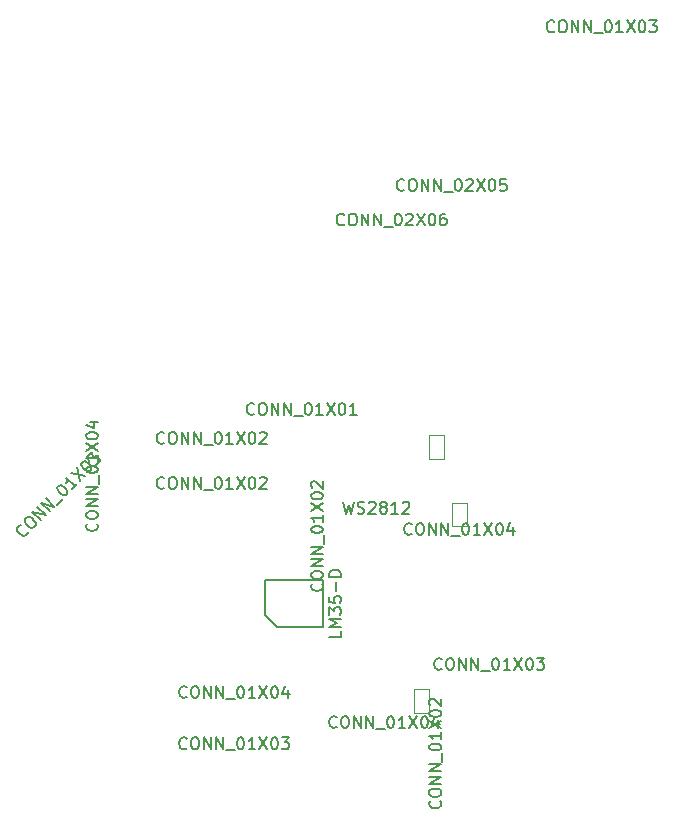
<source format=gbr>
G04 #@! TF.GenerationSoftware,KiCad,Pcbnew,5.0.2+dfsg1-1~bpo9+1*
G04 #@! TF.CreationDate,2019-11-08T21:31:29-05:00*
G04 #@! TF.ProjectId,uno,756e6f2e-6b69-4636-9164-5f7063625858,v1.0*
G04 #@! TF.SameCoordinates,Original*
G04 #@! TF.FileFunction,Other,Fab,Top*
%FSLAX46Y46*%
G04 Gerber Fmt 4.6, Leading zero omitted, Abs format (unit mm)*
G04 Created by KiCad (PCBNEW 5.0.2+dfsg1-1~bpo9+1) date Fri 08 Nov 2019 09:31:29 PM EST*
%MOMM*%
%LPD*%
G01*
G04 APERTURE LIST*
%ADD10C,0.150000*%
%ADD11C,0.100000*%
G04 APERTURE END LIST*
D10*
G04 #@! TO.C,U6*
X57240000Y-85405000D02*
X57240000Y-82505000D01*
X57240000Y-82505000D02*
X62140000Y-82505000D01*
X62140000Y-82505000D02*
X62140000Y-86405000D01*
X62140000Y-86405000D02*
X58240000Y-86405000D01*
X58240000Y-86405000D02*
X57240000Y-85405000D01*
D11*
G04 #@! TO.C,C1*
X71130000Y-72200000D02*
X71130000Y-70200000D01*
X71130000Y-70200000D02*
X72380000Y-70200000D01*
X72380000Y-70200000D02*
X72380000Y-72200000D01*
X72380000Y-72200000D02*
X71130000Y-72200000D01*
G04 #@! TO.C,R1*
X71110000Y-93710000D02*
X69860000Y-93710000D01*
X71110000Y-91710000D02*
X71110000Y-93710000D01*
X69860000Y-91710000D02*
X71110000Y-91710000D01*
X69860000Y-93710000D02*
X69860000Y-91710000D01*
G04 #@! TO.C,R2*
X74285000Y-77915000D02*
X73035000Y-77915000D01*
X74285000Y-75915000D02*
X74285000Y-77915000D01*
X73035000Y-75915000D02*
X74285000Y-75915000D01*
X73035000Y-77915000D02*
X73035000Y-75915000D01*
G04 #@! TD*
G04 #@! TO.C,P99*
D10*
X72176190Y-89967142D02*
X72128571Y-90014761D01*
X71985714Y-90062380D01*
X71890476Y-90062380D01*
X71747619Y-90014761D01*
X71652380Y-89919523D01*
X71604761Y-89824285D01*
X71557142Y-89633809D01*
X71557142Y-89490952D01*
X71604761Y-89300476D01*
X71652380Y-89205238D01*
X71747619Y-89110000D01*
X71890476Y-89062380D01*
X71985714Y-89062380D01*
X72128571Y-89110000D01*
X72176190Y-89157619D01*
X72795238Y-89062380D02*
X72985714Y-89062380D01*
X73080952Y-89110000D01*
X73176190Y-89205238D01*
X73223809Y-89395714D01*
X73223809Y-89729047D01*
X73176190Y-89919523D01*
X73080952Y-90014761D01*
X72985714Y-90062380D01*
X72795238Y-90062380D01*
X72700000Y-90014761D01*
X72604761Y-89919523D01*
X72557142Y-89729047D01*
X72557142Y-89395714D01*
X72604761Y-89205238D01*
X72700000Y-89110000D01*
X72795238Y-89062380D01*
X73652380Y-90062380D02*
X73652380Y-89062380D01*
X74223809Y-90062380D01*
X74223809Y-89062380D01*
X74700000Y-90062380D02*
X74700000Y-89062380D01*
X75271428Y-90062380D01*
X75271428Y-89062380D01*
X75509523Y-90157619D02*
X76271428Y-90157619D01*
X76700000Y-89062380D02*
X76795238Y-89062380D01*
X76890476Y-89110000D01*
X76938095Y-89157619D01*
X76985714Y-89252857D01*
X77033333Y-89443333D01*
X77033333Y-89681428D01*
X76985714Y-89871904D01*
X76938095Y-89967142D01*
X76890476Y-90014761D01*
X76795238Y-90062380D01*
X76700000Y-90062380D01*
X76604761Y-90014761D01*
X76557142Y-89967142D01*
X76509523Y-89871904D01*
X76461904Y-89681428D01*
X76461904Y-89443333D01*
X76509523Y-89252857D01*
X76557142Y-89157619D01*
X76604761Y-89110000D01*
X76700000Y-89062380D01*
X77985714Y-90062380D02*
X77414285Y-90062380D01*
X77700000Y-90062380D02*
X77700000Y-89062380D01*
X77604761Y-89205238D01*
X77509523Y-89300476D01*
X77414285Y-89348095D01*
X78319047Y-89062380D02*
X78985714Y-90062380D01*
X78985714Y-89062380D02*
X78319047Y-90062380D01*
X79557142Y-89062380D02*
X79652380Y-89062380D01*
X79747619Y-89110000D01*
X79795238Y-89157619D01*
X79842857Y-89252857D01*
X79890476Y-89443333D01*
X79890476Y-89681428D01*
X79842857Y-89871904D01*
X79795238Y-89967142D01*
X79747619Y-90014761D01*
X79652380Y-90062380D01*
X79557142Y-90062380D01*
X79461904Y-90014761D01*
X79414285Y-89967142D01*
X79366666Y-89871904D01*
X79319047Y-89681428D01*
X79319047Y-89443333D01*
X79366666Y-89252857D01*
X79414285Y-89157619D01*
X79461904Y-89110000D01*
X79557142Y-89062380D01*
X80223809Y-89062380D02*
X80842857Y-89062380D01*
X80509523Y-89443333D01*
X80652380Y-89443333D01*
X80747619Y-89490952D01*
X80795238Y-89538571D01*
X80842857Y-89633809D01*
X80842857Y-89871904D01*
X80795238Y-89967142D01*
X80747619Y-90014761D01*
X80652380Y-90062380D01*
X80366666Y-90062380D01*
X80271428Y-90014761D01*
X80223809Y-89967142D01*
G04 #@! TO.C,P1*
X63286190Y-94897142D02*
X63238571Y-94944761D01*
X63095714Y-94992380D01*
X63000476Y-94992380D01*
X62857619Y-94944761D01*
X62762380Y-94849523D01*
X62714761Y-94754285D01*
X62667142Y-94563809D01*
X62667142Y-94420952D01*
X62714761Y-94230476D01*
X62762380Y-94135238D01*
X62857619Y-94040000D01*
X63000476Y-93992380D01*
X63095714Y-93992380D01*
X63238571Y-94040000D01*
X63286190Y-94087619D01*
X63905238Y-93992380D02*
X64095714Y-93992380D01*
X64190952Y-94040000D01*
X64286190Y-94135238D01*
X64333809Y-94325714D01*
X64333809Y-94659047D01*
X64286190Y-94849523D01*
X64190952Y-94944761D01*
X64095714Y-94992380D01*
X63905238Y-94992380D01*
X63810000Y-94944761D01*
X63714761Y-94849523D01*
X63667142Y-94659047D01*
X63667142Y-94325714D01*
X63714761Y-94135238D01*
X63810000Y-94040000D01*
X63905238Y-93992380D01*
X64762380Y-94992380D02*
X64762380Y-93992380D01*
X65333809Y-94992380D01*
X65333809Y-93992380D01*
X65810000Y-94992380D02*
X65810000Y-93992380D01*
X66381428Y-94992380D01*
X66381428Y-93992380D01*
X66619523Y-95087619D02*
X67381428Y-95087619D01*
X67810000Y-93992380D02*
X67905238Y-93992380D01*
X68000476Y-94040000D01*
X68048095Y-94087619D01*
X68095714Y-94182857D01*
X68143333Y-94373333D01*
X68143333Y-94611428D01*
X68095714Y-94801904D01*
X68048095Y-94897142D01*
X68000476Y-94944761D01*
X67905238Y-94992380D01*
X67810000Y-94992380D01*
X67714761Y-94944761D01*
X67667142Y-94897142D01*
X67619523Y-94801904D01*
X67571904Y-94611428D01*
X67571904Y-94373333D01*
X67619523Y-94182857D01*
X67667142Y-94087619D01*
X67714761Y-94040000D01*
X67810000Y-93992380D01*
X69095714Y-94992380D02*
X68524285Y-94992380D01*
X68810000Y-94992380D02*
X68810000Y-93992380D01*
X68714761Y-94135238D01*
X68619523Y-94230476D01*
X68524285Y-94278095D01*
X69429047Y-93992380D02*
X70095714Y-94992380D01*
X70095714Y-93992380D02*
X69429047Y-94992380D01*
X70667142Y-93992380D02*
X70762380Y-93992380D01*
X70857619Y-94040000D01*
X70905238Y-94087619D01*
X70952857Y-94182857D01*
X71000476Y-94373333D01*
X71000476Y-94611428D01*
X70952857Y-94801904D01*
X70905238Y-94897142D01*
X70857619Y-94944761D01*
X70762380Y-94992380D01*
X70667142Y-94992380D01*
X70571904Y-94944761D01*
X70524285Y-94897142D01*
X70476666Y-94801904D01*
X70429047Y-94611428D01*
X70429047Y-94373333D01*
X70476666Y-94182857D01*
X70524285Y-94087619D01*
X70571904Y-94040000D01*
X70667142Y-93992380D01*
X71857619Y-94325714D02*
X71857619Y-94992380D01*
X71619523Y-93944761D02*
X71381428Y-94659047D01*
X72000476Y-94659047D01*
G04 #@! TO.C,LED1*
X63865476Y-75842380D02*
X64103571Y-76842380D01*
X64294047Y-76128095D01*
X64484523Y-76842380D01*
X64722619Y-75842380D01*
X65055952Y-76794761D02*
X65198809Y-76842380D01*
X65436904Y-76842380D01*
X65532142Y-76794761D01*
X65579761Y-76747142D01*
X65627380Y-76651904D01*
X65627380Y-76556666D01*
X65579761Y-76461428D01*
X65532142Y-76413809D01*
X65436904Y-76366190D01*
X65246428Y-76318571D01*
X65151190Y-76270952D01*
X65103571Y-76223333D01*
X65055952Y-76128095D01*
X65055952Y-76032857D01*
X65103571Y-75937619D01*
X65151190Y-75890000D01*
X65246428Y-75842380D01*
X65484523Y-75842380D01*
X65627380Y-75890000D01*
X66008333Y-75937619D02*
X66055952Y-75890000D01*
X66151190Y-75842380D01*
X66389285Y-75842380D01*
X66484523Y-75890000D01*
X66532142Y-75937619D01*
X66579761Y-76032857D01*
X66579761Y-76128095D01*
X66532142Y-76270952D01*
X65960714Y-76842380D01*
X66579761Y-76842380D01*
X67151190Y-76270952D02*
X67055952Y-76223333D01*
X67008333Y-76175714D01*
X66960714Y-76080476D01*
X66960714Y-76032857D01*
X67008333Y-75937619D01*
X67055952Y-75890000D01*
X67151190Y-75842380D01*
X67341666Y-75842380D01*
X67436904Y-75890000D01*
X67484523Y-75937619D01*
X67532142Y-76032857D01*
X67532142Y-76080476D01*
X67484523Y-76175714D01*
X67436904Y-76223333D01*
X67341666Y-76270952D01*
X67151190Y-76270952D01*
X67055952Y-76318571D01*
X67008333Y-76366190D01*
X66960714Y-76461428D01*
X66960714Y-76651904D01*
X67008333Y-76747142D01*
X67055952Y-76794761D01*
X67151190Y-76842380D01*
X67341666Y-76842380D01*
X67436904Y-76794761D01*
X67484523Y-76747142D01*
X67532142Y-76651904D01*
X67532142Y-76461428D01*
X67484523Y-76366190D01*
X67436904Y-76318571D01*
X67341666Y-76270952D01*
X68484523Y-76842380D02*
X67913095Y-76842380D01*
X68198809Y-76842380D02*
X68198809Y-75842380D01*
X68103571Y-75985238D01*
X68008333Y-76080476D01*
X67913095Y-76128095D01*
X68865476Y-75937619D02*
X68913095Y-75890000D01*
X69008333Y-75842380D01*
X69246428Y-75842380D01*
X69341666Y-75890000D01*
X69389285Y-75937619D01*
X69436904Y-76032857D01*
X69436904Y-76128095D01*
X69389285Y-76270952D01*
X68817857Y-76842380D01*
X69436904Y-76842380D01*
G04 #@! TO.C,P2*
X69001190Y-49431142D02*
X68953571Y-49478761D01*
X68810714Y-49526380D01*
X68715476Y-49526380D01*
X68572619Y-49478761D01*
X68477380Y-49383523D01*
X68429761Y-49288285D01*
X68382142Y-49097809D01*
X68382142Y-48954952D01*
X68429761Y-48764476D01*
X68477380Y-48669238D01*
X68572619Y-48574000D01*
X68715476Y-48526380D01*
X68810714Y-48526380D01*
X68953571Y-48574000D01*
X69001190Y-48621619D01*
X69620238Y-48526380D02*
X69810714Y-48526380D01*
X69905952Y-48574000D01*
X70001190Y-48669238D01*
X70048809Y-48859714D01*
X70048809Y-49193047D01*
X70001190Y-49383523D01*
X69905952Y-49478761D01*
X69810714Y-49526380D01*
X69620238Y-49526380D01*
X69525000Y-49478761D01*
X69429761Y-49383523D01*
X69382142Y-49193047D01*
X69382142Y-48859714D01*
X69429761Y-48669238D01*
X69525000Y-48574000D01*
X69620238Y-48526380D01*
X70477380Y-49526380D02*
X70477380Y-48526380D01*
X71048809Y-49526380D01*
X71048809Y-48526380D01*
X71525000Y-49526380D02*
X71525000Y-48526380D01*
X72096428Y-49526380D01*
X72096428Y-48526380D01*
X72334523Y-49621619D02*
X73096428Y-49621619D01*
X73525000Y-48526380D02*
X73620238Y-48526380D01*
X73715476Y-48574000D01*
X73763095Y-48621619D01*
X73810714Y-48716857D01*
X73858333Y-48907333D01*
X73858333Y-49145428D01*
X73810714Y-49335904D01*
X73763095Y-49431142D01*
X73715476Y-49478761D01*
X73620238Y-49526380D01*
X73525000Y-49526380D01*
X73429761Y-49478761D01*
X73382142Y-49431142D01*
X73334523Y-49335904D01*
X73286904Y-49145428D01*
X73286904Y-48907333D01*
X73334523Y-48716857D01*
X73382142Y-48621619D01*
X73429761Y-48574000D01*
X73525000Y-48526380D01*
X74239285Y-48621619D02*
X74286904Y-48574000D01*
X74382142Y-48526380D01*
X74620238Y-48526380D01*
X74715476Y-48574000D01*
X74763095Y-48621619D01*
X74810714Y-48716857D01*
X74810714Y-48812095D01*
X74763095Y-48954952D01*
X74191666Y-49526380D01*
X74810714Y-49526380D01*
X75144047Y-48526380D02*
X75810714Y-49526380D01*
X75810714Y-48526380D02*
X75144047Y-49526380D01*
X76382142Y-48526380D02*
X76477380Y-48526380D01*
X76572619Y-48574000D01*
X76620238Y-48621619D01*
X76667857Y-48716857D01*
X76715476Y-48907333D01*
X76715476Y-49145428D01*
X76667857Y-49335904D01*
X76620238Y-49431142D01*
X76572619Y-49478761D01*
X76477380Y-49526380D01*
X76382142Y-49526380D01*
X76286904Y-49478761D01*
X76239285Y-49431142D01*
X76191666Y-49335904D01*
X76144047Y-49145428D01*
X76144047Y-48907333D01*
X76191666Y-48716857D01*
X76239285Y-48621619D01*
X76286904Y-48574000D01*
X76382142Y-48526380D01*
X77620238Y-48526380D02*
X77144047Y-48526380D01*
X77096428Y-49002571D01*
X77144047Y-48954952D01*
X77239285Y-48907333D01*
X77477380Y-48907333D01*
X77572619Y-48954952D01*
X77620238Y-49002571D01*
X77667857Y-49097809D01*
X77667857Y-49335904D01*
X77620238Y-49431142D01*
X77572619Y-49478761D01*
X77477380Y-49526380D01*
X77239285Y-49526380D01*
X77144047Y-49478761D01*
X77096428Y-49431142D01*
G04 #@! TO.C,P3*
X48681190Y-74652142D02*
X48633571Y-74699761D01*
X48490714Y-74747380D01*
X48395476Y-74747380D01*
X48252619Y-74699761D01*
X48157380Y-74604523D01*
X48109761Y-74509285D01*
X48062142Y-74318809D01*
X48062142Y-74175952D01*
X48109761Y-73985476D01*
X48157380Y-73890238D01*
X48252619Y-73795000D01*
X48395476Y-73747380D01*
X48490714Y-73747380D01*
X48633571Y-73795000D01*
X48681190Y-73842619D01*
X49300238Y-73747380D02*
X49490714Y-73747380D01*
X49585952Y-73795000D01*
X49681190Y-73890238D01*
X49728809Y-74080714D01*
X49728809Y-74414047D01*
X49681190Y-74604523D01*
X49585952Y-74699761D01*
X49490714Y-74747380D01*
X49300238Y-74747380D01*
X49205000Y-74699761D01*
X49109761Y-74604523D01*
X49062142Y-74414047D01*
X49062142Y-74080714D01*
X49109761Y-73890238D01*
X49205000Y-73795000D01*
X49300238Y-73747380D01*
X50157380Y-74747380D02*
X50157380Y-73747380D01*
X50728809Y-74747380D01*
X50728809Y-73747380D01*
X51205000Y-74747380D02*
X51205000Y-73747380D01*
X51776428Y-74747380D01*
X51776428Y-73747380D01*
X52014523Y-74842619D02*
X52776428Y-74842619D01*
X53205000Y-73747380D02*
X53300238Y-73747380D01*
X53395476Y-73795000D01*
X53443095Y-73842619D01*
X53490714Y-73937857D01*
X53538333Y-74128333D01*
X53538333Y-74366428D01*
X53490714Y-74556904D01*
X53443095Y-74652142D01*
X53395476Y-74699761D01*
X53300238Y-74747380D01*
X53205000Y-74747380D01*
X53109761Y-74699761D01*
X53062142Y-74652142D01*
X53014523Y-74556904D01*
X52966904Y-74366428D01*
X52966904Y-74128333D01*
X53014523Y-73937857D01*
X53062142Y-73842619D01*
X53109761Y-73795000D01*
X53205000Y-73747380D01*
X54490714Y-74747380D02*
X53919285Y-74747380D01*
X54205000Y-74747380D02*
X54205000Y-73747380D01*
X54109761Y-73890238D01*
X54014523Y-73985476D01*
X53919285Y-74033095D01*
X54824047Y-73747380D02*
X55490714Y-74747380D01*
X55490714Y-73747380D02*
X54824047Y-74747380D01*
X56062142Y-73747380D02*
X56157380Y-73747380D01*
X56252619Y-73795000D01*
X56300238Y-73842619D01*
X56347857Y-73937857D01*
X56395476Y-74128333D01*
X56395476Y-74366428D01*
X56347857Y-74556904D01*
X56300238Y-74652142D01*
X56252619Y-74699761D01*
X56157380Y-74747380D01*
X56062142Y-74747380D01*
X55966904Y-74699761D01*
X55919285Y-74652142D01*
X55871666Y-74556904D01*
X55824047Y-74366428D01*
X55824047Y-74128333D01*
X55871666Y-73937857D01*
X55919285Y-73842619D01*
X55966904Y-73795000D01*
X56062142Y-73747380D01*
X56776428Y-73842619D02*
X56824047Y-73795000D01*
X56919285Y-73747380D01*
X57157380Y-73747380D01*
X57252619Y-73795000D01*
X57300238Y-73842619D01*
X57347857Y-73937857D01*
X57347857Y-74033095D01*
X57300238Y-74175952D01*
X56728809Y-74747380D01*
X57347857Y-74747380D01*
G04 #@! TO.C,P4*
X48681190Y-70842142D02*
X48633571Y-70889761D01*
X48490714Y-70937380D01*
X48395476Y-70937380D01*
X48252619Y-70889761D01*
X48157380Y-70794523D01*
X48109761Y-70699285D01*
X48062142Y-70508809D01*
X48062142Y-70365952D01*
X48109761Y-70175476D01*
X48157380Y-70080238D01*
X48252619Y-69985000D01*
X48395476Y-69937380D01*
X48490714Y-69937380D01*
X48633571Y-69985000D01*
X48681190Y-70032619D01*
X49300238Y-69937380D02*
X49490714Y-69937380D01*
X49585952Y-69985000D01*
X49681190Y-70080238D01*
X49728809Y-70270714D01*
X49728809Y-70604047D01*
X49681190Y-70794523D01*
X49585952Y-70889761D01*
X49490714Y-70937380D01*
X49300238Y-70937380D01*
X49205000Y-70889761D01*
X49109761Y-70794523D01*
X49062142Y-70604047D01*
X49062142Y-70270714D01*
X49109761Y-70080238D01*
X49205000Y-69985000D01*
X49300238Y-69937380D01*
X50157380Y-70937380D02*
X50157380Y-69937380D01*
X50728809Y-70937380D01*
X50728809Y-69937380D01*
X51205000Y-70937380D02*
X51205000Y-69937380D01*
X51776428Y-70937380D01*
X51776428Y-69937380D01*
X52014523Y-71032619D02*
X52776428Y-71032619D01*
X53205000Y-69937380D02*
X53300238Y-69937380D01*
X53395476Y-69985000D01*
X53443095Y-70032619D01*
X53490714Y-70127857D01*
X53538333Y-70318333D01*
X53538333Y-70556428D01*
X53490714Y-70746904D01*
X53443095Y-70842142D01*
X53395476Y-70889761D01*
X53300238Y-70937380D01*
X53205000Y-70937380D01*
X53109761Y-70889761D01*
X53062142Y-70842142D01*
X53014523Y-70746904D01*
X52966904Y-70556428D01*
X52966904Y-70318333D01*
X53014523Y-70127857D01*
X53062142Y-70032619D01*
X53109761Y-69985000D01*
X53205000Y-69937380D01*
X54490714Y-70937380D02*
X53919285Y-70937380D01*
X54205000Y-70937380D02*
X54205000Y-69937380D01*
X54109761Y-70080238D01*
X54014523Y-70175476D01*
X53919285Y-70223095D01*
X54824047Y-69937380D02*
X55490714Y-70937380D01*
X55490714Y-69937380D02*
X54824047Y-70937380D01*
X56062142Y-69937380D02*
X56157380Y-69937380D01*
X56252619Y-69985000D01*
X56300238Y-70032619D01*
X56347857Y-70127857D01*
X56395476Y-70318333D01*
X56395476Y-70556428D01*
X56347857Y-70746904D01*
X56300238Y-70842142D01*
X56252619Y-70889761D01*
X56157380Y-70937380D01*
X56062142Y-70937380D01*
X55966904Y-70889761D01*
X55919285Y-70842142D01*
X55871666Y-70746904D01*
X55824047Y-70556428D01*
X55824047Y-70318333D01*
X55871666Y-70127857D01*
X55919285Y-70032619D01*
X55966904Y-69985000D01*
X56062142Y-69937380D01*
X56776428Y-70032619D02*
X56824047Y-69985000D01*
X56919285Y-69937380D01*
X57157380Y-69937380D01*
X57252619Y-69985000D01*
X57300238Y-70032619D01*
X57347857Y-70127857D01*
X57347857Y-70223095D01*
X57300238Y-70365952D01*
X56728809Y-70937380D01*
X57347857Y-70937380D01*
G04 #@! TO.C,P5*
X50586190Y-92357142D02*
X50538571Y-92404761D01*
X50395714Y-92452380D01*
X50300476Y-92452380D01*
X50157619Y-92404761D01*
X50062380Y-92309523D01*
X50014761Y-92214285D01*
X49967142Y-92023809D01*
X49967142Y-91880952D01*
X50014761Y-91690476D01*
X50062380Y-91595238D01*
X50157619Y-91500000D01*
X50300476Y-91452380D01*
X50395714Y-91452380D01*
X50538571Y-91500000D01*
X50586190Y-91547619D01*
X51205238Y-91452380D02*
X51395714Y-91452380D01*
X51490952Y-91500000D01*
X51586190Y-91595238D01*
X51633809Y-91785714D01*
X51633809Y-92119047D01*
X51586190Y-92309523D01*
X51490952Y-92404761D01*
X51395714Y-92452380D01*
X51205238Y-92452380D01*
X51110000Y-92404761D01*
X51014761Y-92309523D01*
X50967142Y-92119047D01*
X50967142Y-91785714D01*
X51014761Y-91595238D01*
X51110000Y-91500000D01*
X51205238Y-91452380D01*
X52062380Y-92452380D02*
X52062380Y-91452380D01*
X52633809Y-92452380D01*
X52633809Y-91452380D01*
X53110000Y-92452380D02*
X53110000Y-91452380D01*
X53681428Y-92452380D01*
X53681428Y-91452380D01*
X53919523Y-92547619D02*
X54681428Y-92547619D01*
X55110000Y-91452380D02*
X55205238Y-91452380D01*
X55300476Y-91500000D01*
X55348095Y-91547619D01*
X55395714Y-91642857D01*
X55443333Y-91833333D01*
X55443333Y-92071428D01*
X55395714Y-92261904D01*
X55348095Y-92357142D01*
X55300476Y-92404761D01*
X55205238Y-92452380D01*
X55110000Y-92452380D01*
X55014761Y-92404761D01*
X54967142Y-92357142D01*
X54919523Y-92261904D01*
X54871904Y-92071428D01*
X54871904Y-91833333D01*
X54919523Y-91642857D01*
X54967142Y-91547619D01*
X55014761Y-91500000D01*
X55110000Y-91452380D01*
X56395714Y-92452380D02*
X55824285Y-92452380D01*
X56110000Y-92452380D02*
X56110000Y-91452380D01*
X56014761Y-91595238D01*
X55919523Y-91690476D01*
X55824285Y-91738095D01*
X56729047Y-91452380D02*
X57395714Y-92452380D01*
X57395714Y-91452380D02*
X56729047Y-92452380D01*
X57967142Y-91452380D02*
X58062380Y-91452380D01*
X58157619Y-91500000D01*
X58205238Y-91547619D01*
X58252857Y-91642857D01*
X58300476Y-91833333D01*
X58300476Y-92071428D01*
X58252857Y-92261904D01*
X58205238Y-92357142D01*
X58157619Y-92404761D01*
X58062380Y-92452380D01*
X57967142Y-92452380D01*
X57871904Y-92404761D01*
X57824285Y-92357142D01*
X57776666Y-92261904D01*
X57729047Y-92071428D01*
X57729047Y-91833333D01*
X57776666Y-91642857D01*
X57824285Y-91547619D01*
X57871904Y-91500000D01*
X57967142Y-91452380D01*
X59157619Y-91785714D02*
X59157619Y-92452380D01*
X58919523Y-91404761D02*
X58681428Y-92119047D01*
X59300476Y-92119047D01*
G04 #@! TO.C,P6*
X56301190Y-68377142D02*
X56253571Y-68424761D01*
X56110714Y-68472380D01*
X56015476Y-68472380D01*
X55872619Y-68424761D01*
X55777380Y-68329523D01*
X55729761Y-68234285D01*
X55682142Y-68043809D01*
X55682142Y-67900952D01*
X55729761Y-67710476D01*
X55777380Y-67615238D01*
X55872619Y-67520000D01*
X56015476Y-67472380D01*
X56110714Y-67472380D01*
X56253571Y-67520000D01*
X56301190Y-67567619D01*
X56920238Y-67472380D02*
X57110714Y-67472380D01*
X57205952Y-67520000D01*
X57301190Y-67615238D01*
X57348809Y-67805714D01*
X57348809Y-68139047D01*
X57301190Y-68329523D01*
X57205952Y-68424761D01*
X57110714Y-68472380D01*
X56920238Y-68472380D01*
X56825000Y-68424761D01*
X56729761Y-68329523D01*
X56682142Y-68139047D01*
X56682142Y-67805714D01*
X56729761Y-67615238D01*
X56825000Y-67520000D01*
X56920238Y-67472380D01*
X57777380Y-68472380D02*
X57777380Y-67472380D01*
X58348809Y-68472380D01*
X58348809Y-67472380D01*
X58825000Y-68472380D02*
X58825000Y-67472380D01*
X59396428Y-68472380D01*
X59396428Y-67472380D01*
X59634523Y-68567619D02*
X60396428Y-68567619D01*
X60825000Y-67472380D02*
X60920238Y-67472380D01*
X61015476Y-67520000D01*
X61063095Y-67567619D01*
X61110714Y-67662857D01*
X61158333Y-67853333D01*
X61158333Y-68091428D01*
X61110714Y-68281904D01*
X61063095Y-68377142D01*
X61015476Y-68424761D01*
X60920238Y-68472380D01*
X60825000Y-68472380D01*
X60729761Y-68424761D01*
X60682142Y-68377142D01*
X60634523Y-68281904D01*
X60586904Y-68091428D01*
X60586904Y-67853333D01*
X60634523Y-67662857D01*
X60682142Y-67567619D01*
X60729761Y-67520000D01*
X60825000Y-67472380D01*
X62110714Y-68472380D02*
X61539285Y-68472380D01*
X61825000Y-68472380D02*
X61825000Y-67472380D01*
X61729761Y-67615238D01*
X61634523Y-67710476D01*
X61539285Y-67758095D01*
X62444047Y-67472380D02*
X63110714Y-68472380D01*
X63110714Y-67472380D02*
X62444047Y-68472380D01*
X63682142Y-67472380D02*
X63777380Y-67472380D01*
X63872619Y-67520000D01*
X63920238Y-67567619D01*
X63967857Y-67662857D01*
X64015476Y-67853333D01*
X64015476Y-68091428D01*
X63967857Y-68281904D01*
X63920238Y-68377142D01*
X63872619Y-68424761D01*
X63777380Y-68472380D01*
X63682142Y-68472380D01*
X63586904Y-68424761D01*
X63539285Y-68377142D01*
X63491666Y-68281904D01*
X63444047Y-68091428D01*
X63444047Y-67853333D01*
X63491666Y-67662857D01*
X63539285Y-67567619D01*
X63586904Y-67520000D01*
X63682142Y-67472380D01*
X64967857Y-68472380D02*
X64396428Y-68472380D01*
X64682142Y-68472380D02*
X64682142Y-67472380D01*
X64586904Y-67615238D01*
X64491666Y-67710476D01*
X64396428Y-67758095D01*
G04 #@! TO.C,P7*
X63921190Y-52352142D02*
X63873571Y-52399761D01*
X63730714Y-52447380D01*
X63635476Y-52447380D01*
X63492619Y-52399761D01*
X63397380Y-52304523D01*
X63349761Y-52209285D01*
X63302142Y-52018809D01*
X63302142Y-51875952D01*
X63349761Y-51685476D01*
X63397380Y-51590238D01*
X63492619Y-51495000D01*
X63635476Y-51447380D01*
X63730714Y-51447380D01*
X63873571Y-51495000D01*
X63921190Y-51542619D01*
X64540238Y-51447380D02*
X64730714Y-51447380D01*
X64825952Y-51495000D01*
X64921190Y-51590238D01*
X64968809Y-51780714D01*
X64968809Y-52114047D01*
X64921190Y-52304523D01*
X64825952Y-52399761D01*
X64730714Y-52447380D01*
X64540238Y-52447380D01*
X64445000Y-52399761D01*
X64349761Y-52304523D01*
X64302142Y-52114047D01*
X64302142Y-51780714D01*
X64349761Y-51590238D01*
X64445000Y-51495000D01*
X64540238Y-51447380D01*
X65397380Y-52447380D02*
X65397380Y-51447380D01*
X65968809Y-52447380D01*
X65968809Y-51447380D01*
X66445000Y-52447380D02*
X66445000Y-51447380D01*
X67016428Y-52447380D01*
X67016428Y-51447380D01*
X67254523Y-52542619D02*
X68016428Y-52542619D01*
X68445000Y-51447380D02*
X68540238Y-51447380D01*
X68635476Y-51495000D01*
X68683095Y-51542619D01*
X68730714Y-51637857D01*
X68778333Y-51828333D01*
X68778333Y-52066428D01*
X68730714Y-52256904D01*
X68683095Y-52352142D01*
X68635476Y-52399761D01*
X68540238Y-52447380D01*
X68445000Y-52447380D01*
X68349761Y-52399761D01*
X68302142Y-52352142D01*
X68254523Y-52256904D01*
X68206904Y-52066428D01*
X68206904Y-51828333D01*
X68254523Y-51637857D01*
X68302142Y-51542619D01*
X68349761Y-51495000D01*
X68445000Y-51447380D01*
X69159285Y-51542619D02*
X69206904Y-51495000D01*
X69302142Y-51447380D01*
X69540238Y-51447380D01*
X69635476Y-51495000D01*
X69683095Y-51542619D01*
X69730714Y-51637857D01*
X69730714Y-51733095D01*
X69683095Y-51875952D01*
X69111666Y-52447380D01*
X69730714Y-52447380D01*
X70064047Y-51447380D02*
X70730714Y-52447380D01*
X70730714Y-51447380D02*
X70064047Y-52447380D01*
X71302142Y-51447380D02*
X71397380Y-51447380D01*
X71492619Y-51495000D01*
X71540238Y-51542619D01*
X71587857Y-51637857D01*
X71635476Y-51828333D01*
X71635476Y-52066428D01*
X71587857Y-52256904D01*
X71540238Y-52352142D01*
X71492619Y-52399761D01*
X71397380Y-52447380D01*
X71302142Y-52447380D01*
X71206904Y-52399761D01*
X71159285Y-52352142D01*
X71111666Y-52256904D01*
X71064047Y-52066428D01*
X71064047Y-51828333D01*
X71111666Y-51637857D01*
X71159285Y-51542619D01*
X71206904Y-51495000D01*
X71302142Y-51447380D01*
X72492619Y-51447380D02*
X72302142Y-51447380D01*
X72206904Y-51495000D01*
X72159285Y-51542619D01*
X72064047Y-51685476D01*
X72016428Y-51875952D01*
X72016428Y-52256904D01*
X72064047Y-52352142D01*
X72111666Y-52399761D01*
X72206904Y-52447380D01*
X72397380Y-52447380D01*
X72492619Y-52399761D01*
X72540238Y-52352142D01*
X72587857Y-52256904D01*
X72587857Y-52018809D01*
X72540238Y-51923571D01*
X72492619Y-51875952D01*
X72397380Y-51828333D01*
X72206904Y-51828333D01*
X72111666Y-51875952D01*
X72064047Y-51923571D01*
X72016428Y-52018809D01*
G04 #@! TO.C,P8*
X37125244Y-78375770D02*
X37125244Y-78443113D01*
X37057900Y-78577800D01*
X36990557Y-78645144D01*
X36855870Y-78712487D01*
X36721183Y-78712487D01*
X36620167Y-78678815D01*
X36451809Y-78577800D01*
X36350793Y-78476785D01*
X36249778Y-78308426D01*
X36216106Y-78207411D01*
X36216106Y-78072724D01*
X36283450Y-77938037D01*
X36350793Y-77870693D01*
X36485480Y-77803350D01*
X36552824Y-77803350D01*
X36923213Y-77298274D02*
X37057900Y-77163587D01*
X37158915Y-77129915D01*
X37293602Y-77129915D01*
X37461961Y-77230930D01*
X37697663Y-77466632D01*
X37798679Y-77634991D01*
X37798679Y-77769678D01*
X37765007Y-77870693D01*
X37630320Y-78005380D01*
X37529305Y-78039052D01*
X37394618Y-78039052D01*
X37226259Y-77938037D01*
X36990557Y-77702335D01*
X36889541Y-77533976D01*
X36889541Y-77399289D01*
X36923213Y-77298274D01*
X38236411Y-77399289D02*
X37529305Y-76692182D01*
X38640472Y-76995228D01*
X37933366Y-76288121D01*
X38977190Y-76658510D02*
X38270083Y-75951404D01*
X39381251Y-76254449D01*
X38674144Y-75547343D01*
X39616953Y-76153434D02*
X40155701Y-75614686D01*
X39684297Y-74537190D02*
X39751640Y-74469846D01*
X39852656Y-74436175D01*
X39919999Y-74436175D01*
X40021014Y-74469846D01*
X40189373Y-74570862D01*
X40357732Y-74739220D01*
X40458747Y-74907579D01*
X40492419Y-75008594D01*
X40492419Y-75075938D01*
X40458747Y-75176953D01*
X40391404Y-75244297D01*
X40290388Y-75277969D01*
X40223045Y-75277969D01*
X40122030Y-75244297D01*
X39953671Y-75143281D01*
X39785312Y-74974923D01*
X39684297Y-74806564D01*
X39650625Y-74705549D01*
X39650625Y-74638205D01*
X39684297Y-74537190D01*
X41300541Y-74335159D02*
X40896480Y-74739220D01*
X41098510Y-74537190D02*
X40391404Y-73830083D01*
X40425075Y-73998442D01*
X40425075Y-74133129D01*
X40391404Y-74234144D01*
X40829136Y-73392350D02*
X42007648Y-73628053D01*
X41300541Y-72920946D02*
X41536243Y-74099457D01*
X41704602Y-72516885D02*
X41771945Y-72449541D01*
X41872961Y-72415870D01*
X41940304Y-72415870D01*
X42041319Y-72449541D01*
X42209678Y-72550557D01*
X42378037Y-72718915D01*
X42479052Y-72887274D01*
X42512724Y-72988289D01*
X42512724Y-73055633D01*
X42479052Y-73156648D01*
X42411709Y-73223992D01*
X42310693Y-73257663D01*
X42243350Y-73257663D01*
X42142335Y-73223992D01*
X41973976Y-73122976D01*
X41805617Y-72954618D01*
X41704602Y-72786259D01*
X41670930Y-72685244D01*
X41670930Y-72617900D01*
X41704602Y-72516885D01*
X42176006Y-72045480D02*
X42613739Y-71607748D01*
X42647411Y-72112824D01*
X42748426Y-72011809D01*
X42849441Y-71978137D01*
X42916785Y-71978137D01*
X43017800Y-72011809D01*
X43186159Y-72180167D01*
X43219831Y-72281183D01*
X43219831Y-72348526D01*
X43186159Y-72449541D01*
X42984128Y-72651572D01*
X42883113Y-72685244D01*
X42815770Y-72685244D01*
G04 #@! TO.C,P98*
X81701190Y-35992142D02*
X81653571Y-36039761D01*
X81510714Y-36087380D01*
X81415476Y-36087380D01*
X81272619Y-36039761D01*
X81177380Y-35944523D01*
X81129761Y-35849285D01*
X81082142Y-35658809D01*
X81082142Y-35515952D01*
X81129761Y-35325476D01*
X81177380Y-35230238D01*
X81272619Y-35135000D01*
X81415476Y-35087380D01*
X81510714Y-35087380D01*
X81653571Y-35135000D01*
X81701190Y-35182619D01*
X82320238Y-35087380D02*
X82510714Y-35087380D01*
X82605952Y-35135000D01*
X82701190Y-35230238D01*
X82748809Y-35420714D01*
X82748809Y-35754047D01*
X82701190Y-35944523D01*
X82605952Y-36039761D01*
X82510714Y-36087380D01*
X82320238Y-36087380D01*
X82225000Y-36039761D01*
X82129761Y-35944523D01*
X82082142Y-35754047D01*
X82082142Y-35420714D01*
X82129761Y-35230238D01*
X82225000Y-35135000D01*
X82320238Y-35087380D01*
X83177380Y-36087380D02*
X83177380Y-35087380D01*
X83748809Y-36087380D01*
X83748809Y-35087380D01*
X84225000Y-36087380D02*
X84225000Y-35087380D01*
X84796428Y-36087380D01*
X84796428Y-35087380D01*
X85034523Y-36182619D02*
X85796428Y-36182619D01*
X86225000Y-35087380D02*
X86320238Y-35087380D01*
X86415476Y-35135000D01*
X86463095Y-35182619D01*
X86510714Y-35277857D01*
X86558333Y-35468333D01*
X86558333Y-35706428D01*
X86510714Y-35896904D01*
X86463095Y-35992142D01*
X86415476Y-36039761D01*
X86320238Y-36087380D01*
X86225000Y-36087380D01*
X86129761Y-36039761D01*
X86082142Y-35992142D01*
X86034523Y-35896904D01*
X85986904Y-35706428D01*
X85986904Y-35468333D01*
X86034523Y-35277857D01*
X86082142Y-35182619D01*
X86129761Y-35135000D01*
X86225000Y-35087380D01*
X87510714Y-36087380D02*
X86939285Y-36087380D01*
X87225000Y-36087380D02*
X87225000Y-35087380D01*
X87129761Y-35230238D01*
X87034523Y-35325476D01*
X86939285Y-35373095D01*
X87844047Y-35087380D02*
X88510714Y-36087380D01*
X88510714Y-35087380D02*
X87844047Y-36087380D01*
X89082142Y-35087380D02*
X89177380Y-35087380D01*
X89272619Y-35135000D01*
X89320238Y-35182619D01*
X89367857Y-35277857D01*
X89415476Y-35468333D01*
X89415476Y-35706428D01*
X89367857Y-35896904D01*
X89320238Y-35992142D01*
X89272619Y-36039761D01*
X89177380Y-36087380D01*
X89082142Y-36087380D01*
X88986904Y-36039761D01*
X88939285Y-35992142D01*
X88891666Y-35896904D01*
X88844047Y-35706428D01*
X88844047Y-35468333D01*
X88891666Y-35277857D01*
X88939285Y-35182619D01*
X88986904Y-35135000D01*
X89082142Y-35087380D01*
X89748809Y-35087380D02*
X90367857Y-35087380D01*
X90034523Y-35468333D01*
X90177380Y-35468333D01*
X90272619Y-35515952D01*
X90320238Y-35563571D01*
X90367857Y-35658809D01*
X90367857Y-35896904D01*
X90320238Y-35992142D01*
X90272619Y-36039761D01*
X90177380Y-36087380D01*
X89891666Y-36087380D01*
X89796428Y-36039761D01*
X89748809Y-35992142D01*
G04 #@! TO.C,P10*
X50586190Y-96702142D02*
X50538571Y-96749761D01*
X50395714Y-96797380D01*
X50300476Y-96797380D01*
X50157619Y-96749761D01*
X50062380Y-96654523D01*
X50014761Y-96559285D01*
X49967142Y-96368809D01*
X49967142Y-96225952D01*
X50014761Y-96035476D01*
X50062380Y-95940238D01*
X50157619Y-95845000D01*
X50300476Y-95797380D01*
X50395714Y-95797380D01*
X50538571Y-95845000D01*
X50586190Y-95892619D01*
X51205238Y-95797380D02*
X51395714Y-95797380D01*
X51490952Y-95845000D01*
X51586190Y-95940238D01*
X51633809Y-96130714D01*
X51633809Y-96464047D01*
X51586190Y-96654523D01*
X51490952Y-96749761D01*
X51395714Y-96797380D01*
X51205238Y-96797380D01*
X51110000Y-96749761D01*
X51014761Y-96654523D01*
X50967142Y-96464047D01*
X50967142Y-96130714D01*
X51014761Y-95940238D01*
X51110000Y-95845000D01*
X51205238Y-95797380D01*
X52062380Y-96797380D02*
X52062380Y-95797380D01*
X52633809Y-96797380D01*
X52633809Y-95797380D01*
X53110000Y-96797380D02*
X53110000Y-95797380D01*
X53681428Y-96797380D01*
X53681428Y-95797380D01*
X53919523Y-96892619D02*
X54681428Y-96892619D01*
X55110000Y-95797380D02*
X55205238Y-95797380D01*
X55300476Y-95845000D01*
X55348095Y-95892619D01*
X55395714Y-95987857D01*
X55443333Y-96178333D01*
X55443333Y-96416428D01*
X55395714Y-96606904D01*
X55348095Y-96702142D01*
X55300476Y-96749761D01*
X55205238Y-96797380D01*
X55110000Y-96797380D01*
X55014761Y-96749761D01*
X54967142Y-96702142D01*
X54919523Y-96606904D01*
X54871904Y-96416428D01*
X54871904Y-96178333D01*
X54919523Y-95987857D01*
X54967142Y-95892619D01*
X55014761Y-95845000D01*
X55110000Y-95797380D01*
X56395714Y-96797380D02*
X55824285Y-96797380D01*
X56110000Y-96797380D02*
X56110000Y-95797380D01*
X56014761Y-95940238D01*
X55919523Y-96035476D01*
X55824285Y-96083095D01*
X56729047Y-95797380D02*
X57395714Y-96797380D01*
X57395714Y-95797380D02*
X56729047Y-96797380D01*
X57967142Y-95797380D02*
X58062380Y-95797380D01*
X58157619Y-95845000D01*
X58205238Y-95892619D01*
X58252857Y-95987857D01*
X58300476Y-96178333D01*
X58300476Y-96416428D01*
X58252857Y-96606904D01*
X58205238Y-96702142D01*
X58157619Y-96749761D01*
X58062380Y-96797380D01*
X57967142Y-96797380D01*
X57871904Y-96749761D01*
X57824285Y-96702142D01*
X57776666Y-96606904D01*
X57729047Y-96416428D01*
X57729047Y-96178333D01*
X57776666Y-95987857D01*
X57824285Y-95892619D01*
X57871904Y-95845000D01*
X57967142Y-95797380D01*
X58633809Y-95797380D02*
X59252857Y-95797380D01*
X58919523Y-96178333D01*
X59062380Y-96178333D01*
X59157619Y-96225952D01*
X59205238Y-96273571D01*
X59252857Y-96368809D01*
X59252857Y-96606904D01*
X59205238Y-96702142D01*
X59157619Y-96749761D01*
X59062380Y-96797380D01*
X58776666Y-96797380D01*
X58681428Y-96749761D01*
X58633809Y-96702142D01*
G04 #@! TO.C,U6*
X63642380Y-86788333D02*
X63642380Y-87264523D01*
X62642380Y-87264523D01*
X63642380Y-86455000D02*
X62642380Y-86455000D01*
X63356666Y-86121666D01*
X62642380Y-85788333D01*
X63642380Y-85788333D01*
X62642380Y-85407380D02*
X62642380Y-84788333D01*
X63023333Y-85121666D01*
X63023333Y-84978809D01*
X63070952Y-84883571D01*
X63118571Y-84835952D01*
X63213809Y-84788333D01*
X63451904Y-84788333D01*
X63547142Y-84835952D01*
X63594761Y-84883571D01*
X63642380Y-84978809D01*
X63642380Y-85264523D01*
X63594761Y-85359761D01*
X63547142Y-85407380D01*
X62642380Y-83883571D02*
X62642380Y-84359761D01*
X63118571Y-84407380D01*
X63070952Y-84359761D01*
X63023333Y-84264523D01*
X63023333Y-84026428D01*
X63070952Y-83931190D01*
X63118571Y-83883571D01*
X63213809Y-83835952D01*
X63451904Y-83835952D01*
X63547142Y-83883571D01*
X63594761Y-83931190D01*
X63642380Y-84026428D01*
X63642380Y-84264523D01*
X63594761Y-84359761D01*
X63547142Y-84407380D01*
X63261428Y-83407380D02*
X63261428Y-82645476D01*
X63642380Y-82169285D02*
X62642380Y-82169285D01*
X62642380Y-81931190D01*
X62690000Y-81788333D01*
X62785238Y-81693095D01*
X62880476Y-81645476D01*
X63070952Y-81597857D01*
X63213809Y-81597857D01*
X63404285Y-81645476D01*
X63499523Y-81693095D01*
X63594761Y-81788333D01*
X63642380Y-81931190D01*
X63642380Y-82169285D01*
G04 #@! TO.C,P11*
X72037142Y-101178809D02*
X72084761Y-101226428D01*
X72132380Y-101369285D01*
X72132380Y-101464523D01*
X72084761Y-101607380D01*
X71989523Y-101702619D01*
X71894285Y-101750238D01*
X71703809Y-101797857D01*
X71560952Y-101797857D01*
X71370476Y-101750238D01*
X71275238Y-101702619D01*
X71180000Y-101607380D01*
X71132380Y-101464523D01*
X71132380Y-101369285D01*
X71180000Y-101226428D01*
X71227619Y-101178809D01*
X71132380Y-100559761D02*
X71132380Y-100369285D01*
X71180000Y-100274047D01*
X71275238Y-100178809D01*
X71465714Y-100131190D01*
X71799047Y-100131190D01*
X71989523Y-100178809D01*
X72084761Y-100274047D01*
X72132380Y-100369285D01*
X72132380Y-100559761D01*
X72084761Y-100655000D01*
X71989523Y-100750238D01*
X71799047Y-100797857D01*
X71465714Y-100797857D01*
X71275238Y-100750238D01*
X71180000Y-100655000D01*
X71132380Y-100559761D01*
X72132380Y-99702619D02*
X71132380Y-99702619D01*
X72132380Y-99131190D01*
X71132380Y-99131190D01*
X72132380Y-98655000D02*
X71132380Y-98655000D01*
X72132380Y-98083571D01*
X71132380Y-98083571D01*
X72227619Y-97845476D02*
X72227619Y-97083571D01*
X71132380Y-96655000D02*
X71132380Y-96559761D01*
X71180000Y-96464523D01*
X71227619Y-96416904D01*
X71322857Y-96369285D01*
X71513333Y-96321666D01*
X71751428Y-96321666D01*
X71941904Y-96369285D01*
X72037142Y-96416904D01*
X72084761Y-96464523D01*
X72132380Y-96559761D01*
X72132380Y-96655000D01*
X72084761Y-96750238D01*
X72037142Y-96797857D01*
X71941904Y-96845476D01*
X71751428Y-96893095D01*
X71513333Y-96893095D01*
X71322857Y-96845476D01*
X71227619Y-96797857D01*
X71180000Y-96750238D01*
X71132380Y-96655000D01*
X72132380Y-95369285D02*
X72132380Y-95940714D01*
X72132380Y-95655000D02*
X71132380Y-95655000D01*
X71275238Y-95750238D01*
X71370476Y-95845476D01*
X71418095Y-95940714D01*
X71132380Y-95035952D02*
X72132380Y-94369285D01*
X71132380Y-94369285D02*
X72132380Y-95035952D01*
X71132380Y-93797857D02*
X71132380Y-93702619D01*
X71180000Y-93607380D01*
X71227619Y-93559761D01*
X71322857Y-93512142D01*
X71513333Y-93464523D01*
X71751428Y-93464523D01*
X71941904Y-93512142D01*
X72037142Y-93559761D01*
X72084761Y-93607380D01*
X72132380Y-93702619D01*
X72132380Y-93797857D01*
X72084761Y-93893095D01*
X72037142Y-93940714D01*
X71941904Y-93988333D01*
X71751428Y-94035952D01*
X71513333Y-94035952D01*
X71322857Y-93988333D01*
X71227619Y-93940714D01*
X71180000Y-93893095D01*
X71132380Y-93797857D01*
X71227619Y-93083571D02*
X71180000Y-93035952D01*
X71132380Y-92940714D01*
X71132380Y-92702619D01*
X71180000Y-92607380D01*
X71227619Y-92559761D01*
X71322857Y-92512142D01*
X71418095Y-92512142D01*
X71560952Y-92559761D01*
X72132380Y-93131190D01*
X72132380Y-92512142D01*
G04 #@! TO.C,P12*
X62027142Y-82763809D02*
X62074761Y-82811428D01*
X62122380Y-82954285D01*
X62122380Y-83049523D01*
X62074761Y-83192380D01*
X61979523Y-83287619D01*
X61884285Y-83335238D01*
X61693809Y-83382857D01*
X61550952Y-83382857D01*
X61360476Y-83335238D01*
X61265238Y-83287619D01*
X61170000Y-83192380D01*
X61122380Y-83049523D01*
X61122380Y-82954285D01*
X61170000Y-82811428D01*
X61217619Y-82763809D01*
X61122380Y-82144761D02*
X61122380Y-81954285D01*
X61170000Y-81859047D01*
X61265238Y-81763809D01*
X61455714Y-81716190D01*
X61789047Y-81716190D01*
X61979523Y-81763809D01*
X62074761Y-81859047D01*
X62122380Y-81954285D01*
X62122380Y-82144761D01*
X62074761Y-82240000D01*
X61979523Y-82335238D01*
X61789047Y-82382857D01*
X61455714Y-82382857D01*
X61265238Y-82335238D01*
X61170000Y-82240000D01*
X61122380Y-82144761D01*
X62122380Y-81287619D02*
X61122380Y-81287619D01*
X62122380Y-80716190D01*
X61122380Y-80716190D01*
X62122380Y-80240000D02*
X61122380Y-80240000D01*
X62122380Y-79668571D01*
X61122380Y-79668571D01*
X62217619Y-79430476D02*
X62217619Y-78668571D01*
X61122380Y-78240000D02*
X61122380Y-78144761D01*
X61170000Y-78049523D01*
X61217619Y-78001904D01*
X61312857Y-77954285D01*
X61503333Y-77906666D01*
X61741428Y-77906666D01*
X61931904Y-77954285D01*
X62027142Y-78001904D01*
X62074761Y-78049523D01*
X62122380Y-78144761D01*
X62122380Y-78240000D01*
X62074761Y-78335238D01*
X62027142Y-78382857D01*
X61931904Y-78430476D01*
X61741428Y-78478095D01*
X61503333Y-78478095D01*
X61312857Y-78430476D01*
X61217619Y-78382857D01*
X61170000Y-78335238D01*
X61122380Y-78240000D01*
X62122380Y-76954285D02*
X62122380Y-77525714D01*
X62122380Y-77240000D02*
X61122380Y-77240000D01*
X61265238Y-77335238D01*
X61360476Y-77430476D01*
X61408095Y-77525714D01*
X61122380Y-76620952D02*
X62122380Y-75954285D01*
X61122380Y-75954285D02*
X62122380Y-76620952D01*
X61122380Y-75382857D02*
X61122380Y-75287619D01*
X61170000Y-75192380D01*
X61217619Y-75144761D01*
X61312857Y-75097142D01*
X61503333Y-75049523D01*
X61741428Y-75049523D01*
X61931904Y-75097142D01*
X62027142Y-75144761D01*
X62074761Y-75192380D01*
X62122380Y-75287619D01*
X62122380Y-75382857D01*
X62074761Y-75478095D01*
X62027142Y-75525714D01*
X61931904Y-75573333D01*
X61741428Y-75620952D01*
X61503333Y-75620952D01*
X61312857Y-75573333D01*
X61217619Y-75525714D01*
X61170000Y-75478095D01*
X61122380Y-75382857D01*
X61217619Y-74668571D02*
X61170000Y-74620952D01*
X61122380Y-74525714D01*
X61122380Y-74287619D01*
X61170000Y-74192380D01*
X61217619Y-74144761D01*
X61312857Y-74097142D01*
X61408095Y-74097142D01*
X61550952Y-74144761D01*
X62122380Y-74716190D01*
X62122380Y-74097142D01*
G04 #@! TO.C,P14*
X69636190Y-78537142D02*
X69588571Y-78584761D01*
X69445714Y-78632380D01*
X69350476Y-78632380D01*
X69207619Y-78584761D01*
X69112380Y-78489523D01*
X69064761Y-78394285D01*
X69017142Y-78203809D01*
X69017142Y-78060952D01*
X69064761Y-77870476D01*
X69112380Y-77775238D01*
X69207619Y-77680000D01*
X69350476Y-77632380D01*
X69445714Y-77632380D01*
X69588571Y-77680000D01*
X69636190Y-77727619D01*
X70255238Y-77632380D02*
X70445714Y-77632380D01*
X70540952Y-77680000D01*
X70636190Y-77775238D01*
X70683809Y-77965714D01*
X70683809Y-78299047D01*
X70636190Y-78489523D01*
X70540952Y-78584761D01*
X70445714Y-78632380D01*
X70255238Y-78632380D01*
X70160000Y-78584761D01*
X70064761Y-78489523D01*
X70017142Y-78299047D01*
X70017142Y-77965714D01*
X70064761Y-77775238D01*
X70160000Y-77680000D01*
X70255238Y-77632380D01*
X71112380Y-78632380D02*
X71112380Y-77632380D01*
X71683809Y-78632380D01*
X71683809Y-77632380D01*
X72160000Y-78632380D02*
X72160000Y-77632380D01*
X72731428Y-78632380D01*
X72731428Y-77632380D01*
X72969523Y-78727619D02*
X73731428Y-78727619D01*
X74160000Y-77632380D02*
X74255238Y-77632380D01*
X74350476Y-77680000D01*
X74398095Y-77727619D01*
X74445714Y-77822857D01*
X74493333Y-78013333D01*
X74493333Y-78251428D01*
X74445714Y-78441904D01*
X74398095Y-78537142D01*
X74350476Y-78584761D01*
X74255238Y-78632380D01*
X74160000Y-78632380D01*
X74064761Y-78584761D01*
X74017142Y-78537142D01*
X73969523Y-78441904D01*
X73921904Y-78251428D01*
X73921904Y-78013333D01*
X73969523Y-77822857D01*
X74017142Y-77727619D01*
X74064761Y-77680000D01*
X74160000Y-77632380D01*
X75445714Y-78632380D02*
X74874285Y-78632380D01*
X75160000Y-78632380D02*
X75160000Y-77632380D01*
X75064761Y-77775238D01*
X74969523Y-77870476D01*
X74874285Y-77918095D01*
X75779047Y-77632380D02*
X76445714Y-78632380D01*
X76445714Y-77632380D02*
X75779047Y-78632380D01*
X77017142Y-77632380D02*
X77112380Y-77632380D01*
X77207619Y-77680000D01*
X77255238Y-77727619D01*
X77302857Y-77822857D01*
X77350476Y-78013333D01*
X77350476Y-78251428D01*
X77302857Y-78441904D01*
X77255238Y-78537142D01*
X77207619Y-78584761D01*
X77112380Y-78632380D01*
X77017142Y-78632380D01*
X76921904Y-78584761D01*
X76874285Y-78537142D01*
X76826666Y-78441904D01*
X76779047Y-78251428D01*
X76779047Y-78013333D01*
X76826666Y-77822857D01*
X76874285Y-77727619D01*
X76921904Y-77680000D01*
X77017142Y-77632380D01*
X78207619Y-77965714D02*
X78207619Y-78632380D01*
X77969523Y-77584761D02*
X77731428Y-78299047D01*
X78350476Y-78299047D01*
G04 #@! TO.C,P15*
X42977142Y-77683809D02*
X43024761Y-77731428D01*
X43072380Y-77874285D01*
X43072380Y-77969523D01*
X43024761Y-78112380D01*
X42929523Y-78207619D01*
X42834285Y-78255238D01*
X42643809Y-78302857D01*
X42500952Y-78302857D01*
X42310476Y-78255238D01*
X42215238Y-78207619D01*
X42120000Y-78112380D01*
X42072380Y-77969523D01*
X42072380Y-77874285D01*
X42120000Y-77731428D01*
X42167619Y-77683809D01*
X42072380Y-77064761D02*
X42072380Y-76874285D01*
X42120000Y-76779047D01*
X42215238Y-76683809D01*
X42405714Y-76636190D01*
X42739047Y-76636190D01*
X42929523Y-76683809D01*
X43024761Y-76779047D01*
X43072380Y-76874285D01*
X43072380Y-77064761D01*
X43024761Y-77160000D01*
X42929523Y-77255238D01*
X42739047Y-77302857D01*
X42405714Y-77302857D01*
X42215238Y-77255238D01*
X42120000Y-77160000D01*
X42072380Y-77064761D01*
X43072380Y-76207619D02*
X42072380Y-76207619D01*
X43072380Y-75636190D01*
X42072380Y-75636190D01*
X43072380Y-75160000D02*
X42072380Y-75160000D01*
X43072380Y-74588571D01*
X42072380Y-74588571D01*
X43167619Y-74350476D02*
X43167619Y-73588571D01*
X42072380Y-73160000D02*
X42072380Y-73064761D01*
X42120000Y-72969523D01*
X42167619Y-72921904D01*
X42262857Y-72874285D01*
X42453333Y-72826666D01*
X42691428Y-72826666D01*
X42881904Y-72874285D01*
X42977142Y-72921904D01*
X43024761Y-72969523D01*
X43072380Y-73064761D01*
X43072380Y-73160000D01*
X43024761Y-73255238D01*
X42977142Y-73302857D01*
X42881904Y-73350476D01*
X42691428Y-73398095D01*
X42453333Y-73398095D01*
X42262857Y-73350476D01*
X42167619Y-73302857D01*
X42120000Y-73255238D01*
X42072380Y-73160000D01*
X43072380Y-71874285D02*
X43072380Y-72445714D01*
X43072380Y-72160000D02*
X42072380Y-72160000D01*
X42215238Y-72255238D01*
X42310476Y-72350476D01*
X42358095Y-72445714D01*
X42072380Y-71540952D02*
X43072380Y-70874285D01*
X42072380Y-70874285D02*
X43072380Y-71540952D01*
X42072380Y-70302857D02*
X42072380Y-70207619D01*
X42120000Y-70112380D01*
X42167619Y-70064761D01*
X42262857Y-70017142D01*
X42453333Y-69969523D01*
X42691428Y-69969523D01*
X42881904Y-70017142D01*
X42977142Y-70064761D01*
X43024761Y-70112380D01*
X43072380Y-70207619D01*
X43072380Y-70302857D01*
X43024761Y-70398095D01*
X42977142Y-70445714D01*
X42881904Y-70493333D01*
X42691428Y-70540952D01*
X42453333Y-70540952D01*
X42262857Y-70493333D01*
X42167619Y-70445714D01*
X42120000Y-70398095D01*
X42072380Y-70302857D01*
X42405714Y-69112380D02*
X43072380Y-69112380D01*
X42024761Y-69350476D02*
X42739047Y-69588571D01*
X42739047Y-68969523D01*
G04 #@! TD*
M02*

</source>
